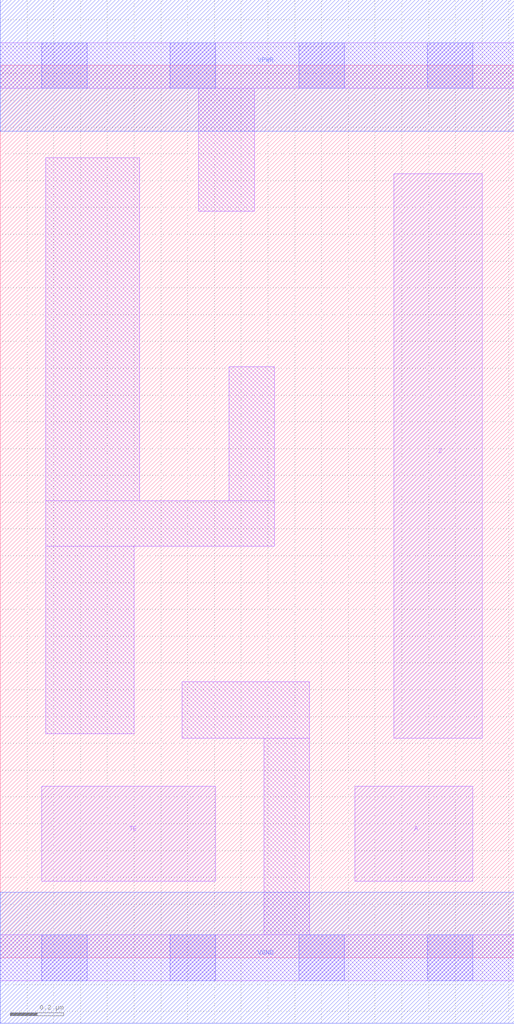
<source format=lef>
# Copyright 2020 The SkyWater PDK Authors
#
# Licensed under the Apache License, Version 2.0 (the "License");
# you may not use this file except in compliance with the License.
# You may obtain a copy of the License at
#
#     https://www.apache.org/licenses/LICENSE-2.0
#
# Unless required by applicable law or agreed to in writing, software
# distributed under the License is distributed on an "AS IS" BASIS,
# WITHOUT WARRANTIES OR CONDITIONS OF ANY KIND, either express or implied.
# See the License for the specific language governing permissions and
# limitations under the License.
#
# SPDX-License-Identifier: Apache-2.0

VERSION 5.7 ;
  NOWIREEXTENSIONATPIN ON ;
  DIVIDERCHAR "/" ;
  BUSBITCHARS "[]" ;
UNITS
  DATABASE MICRONS 200 ;
END UNITS
MACRO sky130_fd_sc_lp__einvp_m
  CLASS CORE ;
  FOREIGN sky130_fd_sc_lp__einvp_m ;
  ORIGIN  0.000000  0.000000 ;
  SIZE  1.920000 BY  3.330000 ;
  SYMMETRY X Y R90 ;
  SITE unit ;
  PIN A
    ANTENNAGATEAREA  0.126000 ;
    DIRECTION INPUT ;
    USE SIGNAL ;
    PORT
      LAYER li1 ;
        RECT 1.325000 0.285000 1.765000 0.640000 ;
    END
  END A
  PIN TE
    ANTENNAGATEAREA  0.189000 ;
    DIRECTION INPUT ;
    USE SIGNAL ;
    PORT
      LAYER li1 ;
        RECT 0.155000 0.285000 0.805000 0.640000 ;
    END
  END TE
  PIN Z
    ANTENNADIFFAREA  0.222600 ;
    DIRECTION OUTPUT ;
    USE SIGNAL ;
    PORT
      LAYER li1 ;
        RECT 1.470000 0.820000 1.800000 2.925000 ;
    END
  END Z
  PIN VGND
    DIRECTION INOUT ;
    USE GROUND ;
    PORT
      LAYER met1 ;
        RECT 0.000000 -0.245000 1.920000 0.245000 ;
    END
  END VGND
  PIN VPWR
    DIRECTION INOUT ;
    USE POWER ;
    PORT
      LAYER met1 ;
        RECT 0.000000 3.085000 1.920000 3.575000 ;
    END
  END VPWR
  OBS
    LAYER li1 ;
      RECT 0.000000 -0.085000 1.920000 0.085000 ;
      RECT 0.000000  3.245000 1.920000 3.415000 ;
      RECT 0.170000  0.835000 0.500000 1.535000 ;
      RECT 0.170000  1.535000 1.025000 1.705000 ;
      RECT 0.170000  1.705000 0.520000 2.985000 ;
      RECT 0.680000  0.820000 1.155000 1.030000 ;
      RECT 0.740000  2.785000 0.950000 3.245000 ;
      RECT 0.855000  1.705000 1.025000 2.205000 ;
      RECT 0.985000  0.085000 1.155000 0.820000 ;
    LAYER mcon ;
      RECT 0.155000 -0.085000 0.325000 0.085000 ;
      RECT 0.155000  3.245000 0.325000 3.415000 ;
      RECT 0.635000 -0.085000 0.805000 0.085000 ;
      RECT 0.635000  3.245000 0.805000 3.415000 ;
      RECT 1.115000 -0.085000 1.285000 0.085000 ;
      RECT 1.115000  3.245000 1.285000 3.415000 ;
      RECT 1.595000 -0.085000 1.765000 0.085000 ;
      RECT 1.595000  3.245000 1.765000 3.415000 ;
  END
END sky130_fd_sc_lp__einvp_m
END LIBRARY

</source>
